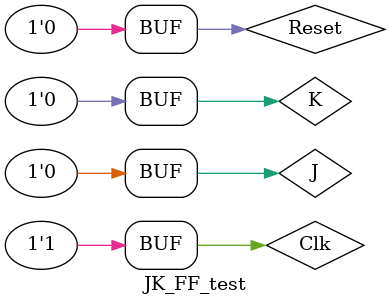
<source format=v>
`timescale 1ns / 1ps


module JK_FF_test;

	// Inputs
	reg J;
	reg K;
	reg Clk;
	reg Reset;

	// Outputs
	wire Q;
	wire Qbar;

	// Instantiate the Unit Under Test (UUT)
	JK_FF uut (
		.J(J), 
		.K(K), 
		.Clk(Clk), 
		.Reset(Reset), 
		.Q(Q), 
		.Qbar(Qbar)
	);

		initial begin
		Reset = 0 ;
		repeat (2)
		#1 Reset = ~Reset ;
		end
		
		initial begin
		Clk = 0 ;
		repeat (9)
		#100 Clk = ~Clk ;
		end
		
		initial begin
		J = 0 ;
		repeat (6)
		#150 J = ~J ;
		end
		
		initial begin
		K = 0 ;
		repeat (12)
		#75 K = ~K ;
		end
      
endmodule


</source>
